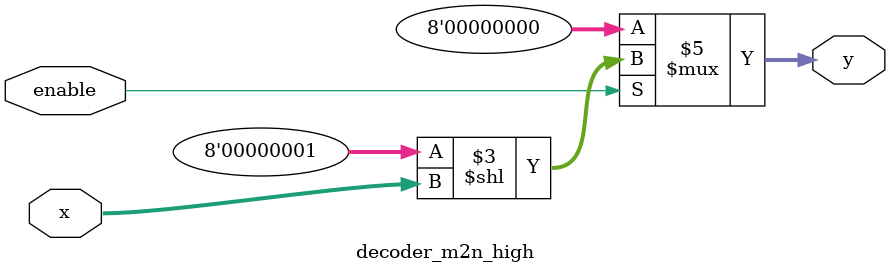
<source format=v>
module decoder_m2n_high(x ,enable ,y);
parameter m = 3;
parameter n = 8;
input [m-1:0]x;
input enable;
output reg[n-1:0]y;

always @(x or enable)
    if(!enable) y = {n{1'b0}};
    else        y = {{{n-1{1'b0}},1'b1}}<< x;
    
endmodule
</source>
